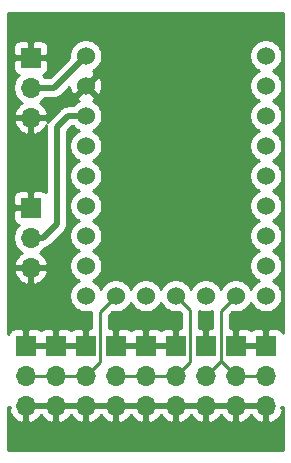
<source format=gtl>
G04 #@! TF.GenerationSoftware,KiCad,Pcbnew,(5.1.10)-1*
G04 #@! TF.CreationDate,2022-01-20T17:35:43-08:00*
G04 #@! TF.ProjectId,ros_sync_node,726f735f-7379-46e6-935f-6e6f64652e6b,rev?*
G04 #@! TF.SameCoordinates,Original*
G04 #@! TF.FileFunction,Copper,L1,Top*
G04 #@! TF.FilePolarity,Positive*
%FSLAX46Y46*%
G04 Gerber Fmt 4.6, Leading zero omitted, Abs format (unit mm)*
G04 Created by KiCad (PCBNEW (5.1.10)-1) date 2022-01-20 17:35:43*
%MOMM*%
%LPD*%
G01*
G04 APERTURE LIST*
G04 #@! TA.AperFunction,ComponentPad*
%ADD10O,1.700000X1.700000*%
G04 #@! TD*
G04 #@! TA.AperFunction,ComponentPad*
%ADD11R,1.700000X1.700000*%
G04 #@! TD*
G04 #@! TA.AperFunction,ComponentPad*
%ADD12C,1.524000*%
G04 #@! TD*
G04 #@! TA.AperFunction,Conductor*
%ADD13C,0.250000*%
G04 #@! TD*
G04 #@! TA.AperFunction,Conductor*
%ADD14C,0.500000*%
G04 #@! TD*
G04 #@! TA.AperFunction,Conductor*
%ADD15C,0.254000*%
G04 #@! TD*
G04 #@! TA.AperFunction,Conductor*
%ADD16C,0.100000*%
G04 #@! TD*
G04 APERTURE END LIST*
D10*
X153000000Y-88300000D03*
X153000000Y-85760000D03*
D11*
X153000000Y-83220000D03*
D10*
X153000000Y-75600000D03*
X153000000Y-73060000D03*
D11*
X153000000Y-70520000D03*
D12*
X172920000Y-75460001D03*
X172920000Y-78000001D03*
X172920000Y-80540001D03*
X172920000Y-83080001D03*
X172920000Y-85620001D03*
X172920000Y-88160001D03*
X172920000Y-90700001D03*
X170380000Y-90700001D03*
X172920000Y-70380001D03*
X172920000Y-72920001D03*
X167840000Y-90700001D03*
X165300000Y-90700001D03*
X162760000Y-90700001D03*
X160220000Y-90700001D03*
X157680000Y-90700001D03*
X157680000Y-88160001D03*
X157680000Y-85620001D03*
X157680000Y-83080001D03*
X157680000Y-80540001D03*
X157680000Y-78000001D03*
X157680000Y-75460001D03*
X157680000Y-72920001D03*
X157680000Y-70380001D03*
D10*
X167840000Y-100000000D03*
X167840000Y-97460000D03*
D11*
X167840000Y-94920000D03*
D10*
X162760000Y-100000000D03*
X162760000Y-97460000D03*
D11*
X162760000Y-94920000D03*
D10*
X157680000Y-100000000D03*
X157680000Y-97460000D03*
D11*
X157680000Y-94920000D03*
D10*
X170380000Y-100000000D03*
X170380000Y-97460000D03*
D11*
X170380000Y-94920000D03*
D10*
X160220000Y-100000000D03*
X160220000Y-97460000D03*
D11*
X160220000Y-94920000D03*
D10*
X155140000Y-100000000D03*
X155140000Y-97460000D03*
D11*
X155140000Y-94920000D03*
D10*
X172920000Y-100000000D03*
X172920000Y-97460000D03*
D11*
X172920000Y-94920000D03*
D10*
X165300000Y-100000000D03*
X165300000Y-97460000D03*
D11*
X165300000Y-94920000D03*
D10*
X152600000Y-100000000D03*
X152600000Y-97460000D03*
D11*
X152600000Y-94920000D03*
D13*
X158855001Y-96284999D02*
X157680000Y-97460000D01*
X158855001Y-92065000D02*
X158855001Y-96284999D01*
X160220000Y-90700001D02*
X158855001Y-92065000D01*
X152600000Y-97460000D02*
X157680000Y-97460000D01*
X160220000Y-97460000D02*
X165300000Y-97460000D01*
X166475001Y-91875002D02*
X165300000Y-90700001D01*
X166475001Y-96284999D02*
X166475001Y-91875002D01*
X165300000Y-97460000D02*
X166475001Y-96284999D01*
X172920000Y-97460000D02*
X170380000Y-97460000D01*
X167840000Y-97460000D02*
X169100000Y-96200000D01*
X170360000Y-97460000D02*
X170380000Y-97460000D01*
X169100000Y-96200000D02*
X170360000Y-97460000D01*
X169100000Y-91980001D02*
X170380000Y-90700001D01*
X169100000Y-96200000D02*
X169100000Y-91980001D01*
D14*
X152600000Y-85760000D02*
X154040000Y-85760000D01*
X154040000Y-85760000D02*
X155200000Y-84600000D01*
X156139999Y-75460001D02*
X157680000Y-75460001D01*
X155200000Y-76400000D02*
X156139999Y-75460001D01*
X155200000Y-84600000D02*
X155200000Y-76400000D01*
X155000001Y-73060000D02*
X157680000Y-70380001D01*
X152600000Y-73060000D02*
X155000001Y-73060000D01*
D15*
X152727000Y-99873000D02*
X155013000Y-99873000D01*
X155013000Y-99853000D01*
X155267000Y-99853000D01*
X155267000Y-99873000D01*
X157553000Y-99873000D01*
X157553000Y-99853000D01*
X157807000Y-99853000D01*
X157807000Y-99873000D01*
X160093000Y-99873000D01*
X160093000Y-99853000D01*
X160347000Y-99853000D01*
X160347000Y-99873000D01*
X162633000Y-99873000D01*
X162633000Y-99853000D01*
X162887000Y-99853000D01*
X162887000Y-99873000D01*
X165173000Y-99873000D01*
X165173000Y-99853000D01*
X165427000Y-99853000D01*
X165427000Y-99873000D01*
X167713000Y-99873000D01*
X167713000Y-99853000D01*
X167967000Y-99853000D01*
X167967000Y-99873000D01*
X170253000Y-99873000D01*
X170253000Y-99853000D01*
X170507000Y-99853000D01*
X170507000Y-99873000D01*
X172793000Y-99873000D01*
X172793000Y-99853000D01*
X173047000Y-99853000D01*
X173047000Y-99873000D01*
X173067000Y-99873000D01*
X173067000Y-100127000D01*
X173047000Y-100127000D01*
X173047000Y-101320814D01*
X173276891Y-101441481D01*
X173551252Y-101344157D01*
X173801355Y-101195178D01*
X174017588Y-101000269D01*
X174191641Y-100766920D01*
X174316825Y-100504099D01*
X174361476Y-100356890D01*
X174240156Y-100127002D01*
X174373000Y-100127002D01*
X174373000Y-103790000D01*
X151127000Y-103790000D01*
X151127000Y-100127002D01*
X151279844Y-100127002D01*
X151158524Y-100356890D01*
X151203175Y-100504099D01*
X151328359Y-100766920D01*
X151502412Y-101000269D01*
X151718645Y-101195178D01*
X151968748Y-101344157D01*
X152243109Y-101441481D01*
X152473000Y-101320814D01*
X152473000Y-100127000D01*
X152727000Y-100127000D01*
X152727000Y-101320814D01*
X152956891Y-101441481D01*
X153231252Y-101344157D01*
X153481355Y-101195178D01*
X153697588Y-101000269D01*
X153870000Y-100769120D01*
X154042412Y-101000269D01*
X154258645Y-101195178D01*
X154508748Y-101344157D01*
X154783109Y-101441481D01*
X155013000Y-101320814D01*
X155013000Y-100127000D01*
X155267000Y-100127000D01*
X155267000Y-101320814D01*
X155496891Y-101441481D01*
X155771252Y-101344157D01*
X156021355Y-101195178D01*
X156237588Y-101000269D01*
X156410000Y-100769120D01*
X156582412Y-101000269D01*
X156798645Y-101195178D01*
X157048748Y-101344157D01*
X157323109Y-101441481D01*
X157553000Y-101320814D01*
X157553000Y-100127000D01*
X157807000Y-100127000D01*
X157807000Y-101320814D01*
X158036891Y-101441481D01*
X158311252Y-101344157D01*
X158561355Y-101195178D01*
X158777588Y-101000269D01*
X158950000Y-100769120D01*
X159122412Y-101000269D01*
X159338645Y-101195178D01*
X159588748Y-101344157D01*
X159863109Y-101441481D01*
X160093000Y-101320814D01*
X160093000Y-100127000D01*
X160347000Y-100127000D01*
X160347000Y-101320814D01*
X160576891Y-101441481D01*
X160851252Y-101344157D01*
X161101355Y-101195178D01*
X161317588Y-101000269D01*
X161490000Y-100769120D01*
X161662412Y-101000269D01*
X161878645Y-101195178D01*
X162128748Y-101344157D01*
X162403109Y-101441481D01*
X162633000Y-101320814D01*
X162633000Y-100127000D01*
X162887000Y-100127000D01*
X162887000Y-101320814D01*
X163116891Y-101441481D01*
X163391252Y-101344157D01*
X163641355Y-101195178D01*
X163857588Y-101000269D01*
X164030000Y-100769120D01*
X164202412Y-101000269D01*
X164418645Y-101195178D01*
X164668748Y-101344157D01*
X164943109Y-101441481D01*
X165173000Y-101320814D01*
X165173000Y-100127000D01*
X165427000Y-100127000D01*
X165427000Y-101320814D01*
X165656891Y-101441481D01*
X165931252Y-101344157D01*
X166181355Y-101195178D01*
X166397588Y-101000269D01*
X166570000Y-100769120D01*
X166742412Y-101000269D01*
X166958645Y-101195178D01*
X167208748Y-101344157D01*
X167483109Y-101441481D01*
X167713000Y-101320814D01*
X167713000Y-100127000D01*
X167967000Y-100127000D01*
X167967000Y-101320814D01*
X168196891Y-101441481D01*
X168471252Y-101344157D01*
X168721355Y-101195178D01*
X168937588Y-101000269D01*
X169110000Y-100769120D01*
X169282412Y-101000269D01*
X169498645Y-101195178D01*
X169748748Y-101344157D01*
X170023109Y-101441481D01*
X170253000Y-101320814D01*
X170253000Y-100127000D01*
X170507000Y-100127000D01*
X170507000Y-101320814D01*
X170736891Y-101441481D01*
X171011252Y-101344157D01*
X171261355Y-101195178D01*
X171477588Y-101000269D01*
X171650000Y-100769120D01*
X171822412Y-101000269D01*
X172038645Y-101195178D01*
X172288748Y-101344157D01*
X172563109Y-101441481D01*
X172793000Y-101320814D01*
X172793000Y-100127000D01*
X170507000Y-100127000D01*
X170253000Y-100127000D01*
X167967000Y-100127000D01*
X167713000Y-100127000D01*
X165427000Y-100127000D01*
X165173000Y-100127000D01*
X162887000Y-100127000D01*
X162633000Y-100127000D01*
X160347000Y-100127000D01*
X160093000Y-100127000D01*
X157807000Y-100127000D01*
X157553000Y-100127000D01*
X155267000Y-100127000D01*
X155013000Y-100127000D01*
X152727000Y-100127000D01*
X152473000Y-100127000D01*
X152453000Y-100127000D01*
X152453000Y-99873000D01*
X152473000Y-99873000D01*
X152473000Y-99853000D01*
X152727000Y-99853000D01*
X152727000Y-99873000D01*
G04 #@! TA.AperFunction,Conductor*
D16*
G36*
X152727000Y-99873000D02*
G01*
X155013000Y-99873000D01*
X155013000Y-99853000D01*
X155267000Y-99853000D01*
X155267000Y-99873000D01*
X157553000Y-99873000D01*
X157553000Y-99853000D01*
X157807000Y-99853000D01*
X157807000Y-99873000D01*
X160093000Y-99873000D01*
X160093000Y-99853000D01*
X160347000Y-99853000D01*
X160347000Y-99873000D01*
X162633000Y-99873000D01*
X162633000Y-99853000D01*
X162887000Y-99853000D01*
X162887000Y-99873000D01*
X165173000Y-99873000D01*
X165173000Y-99853000D01*
X165427000Y-99853000D01*
X165427000Y-99873000D01*
X167713000Y-99873000D01*
X167713000Y-99853000D01*
X167967000Y-99853000D01*
X167967000Y-99873000D01*
X170253000Y-99873000D01*
X170253000Y-99853000D01*
X170507000Y-99853000D01*
X170507000Y-99873000D01*
X172793000Y-99873000D01*
X172793000Y-99853000D01*
X173047000Y-99853000D01*
X173047000Y-99873000D01*
X173067000Y-99873000D01*
X173067000Y-100127000D01*
X173047000Y-100127000D01*
X173047000Y-101320814D01*
X173276891Y-101441481D01*
X173551252Y-101344157D01*
X173801355Y-101195178D01*
X174017588Y-101000269D01*
X174191641Y-100766920D01*
X174316825Y-100504099D01*
X174361476Y-100356890D01*
X174240156Y-100127002D01*
X174373000Y-100127002D01*
X174373000Y-103790000D01*
X151127000Y-103790000D01*
X151127000Y-100127002D01*
X151279844Y-100127002D01*
X151158524Y-100356890D01*
X151203175Y-100504099D01*
X151328359Y-100766920D01*
X151502412Y-101000269D01*
X151718645Y-101195178D01*
X151968748Y-101344157D01*
X152243109Y-101441481D01*
X152473000Y-101320814D01*
X152473000Y-100127000D01*
X152727000Y-100127000D01*
X152727000Y-101320814D01*
X152956891Y-101441481D01*
X153231252Y-101344157D01*
X153481355Y-101195178D01*
X153697588Y-101000269D01*
X153870000Y-100769120D01*
X154042412Y-101000269D01*
X154258645Y-101195178D01*
X154508748Y-101344157D01*
X154783109Y-101441481D01*
X155013000Y-101320814D01*
X155013000Y-100127000D01*
X155267000Y-100127000D01*
X155267000Y-101320814D01*
X155496891Y-101441481D01*
X155771252Y-101344157D01*
X156021355Y-101195178D01*
X156237588Y-101000269D01*
X156410000Y-100769120D01*
X156582412Y-101000269D01*
X156798645Y-101195178D01*
X157048748Y-101344157D01*
X157323109Y-101441481D01*
X157553000Y-101320814D01*
X157553000Y-100127000D01*
X157807000Y-100127000D01*
X157807000Y-101320814D01*
X158036891Y-101441481D01*
X158311252Y-101344157D01*
X158561355Y-101195178D01*
X158777588Y-101000269D01*
X158950000Y-100769120D01*
X159122412Y-101000269D01*
X159338645Y-101195178D01*
X159588748Y-101344157D01*
X159863109Y-101441481D01*
X160093000Y-101320814D01*
X160093000Y-100127000D01*
X160347000Y-100127000D01*
X160347000Y-101320814D01*
X160576891Y-101441481D01*
X160851252Y-101344157D01*
X161101355Y-101195178D01*
X161317588Y-101000269D01*
X161490000Y-100769120D01*
X161662412Y-101000269D01*
X161878645Y-101195178D01*
X162128748Y-101344157D01*
X162403109Y-101441481D01*
X162633000Y-101320814D01*
X162633000Y-100127000D01*
X162887000Y-100127000D01*
X162887000Y-101320814D01*
X163116891Y-101441481D01*
X163391252Y-101344157D01*
X163641355Y-101195178D01*
X163857588Y-101000269D01*
X164030000Y-100769120D01*
X164202412Y-101000269D01*
X164418645Y-101195178D01*
X164668748Y-101344157D01*
X164943109Y-101441481D01*
X165173000Y-101320814D01*
X165173000Y-100127000D01*
X165427000Y-100127000D01*
X165427000Y-101320814D01*
X165656891Y-101441481D01*
X165931252Y-101344157D01*
X166181355Y-101195178D01*
X166397588Y-101000269D01*
X166570000Y-100769120D01*
X166742412Y-101000269D01*
X166958645Y-101195178D01*
X167208748Y-101344157D01*
X167483109Y-101441481D01*
X167713000Y-101320814D01*
X167713000Y-100127000D01*
X167967000Y-100127000D01*
X167967000Y-101320814D01*
X168196891Y-101441481D01*
X168471252Y-101344157D01*
X168721355Y-101195178D01*
X168937588Y-101000269D01*
X169110000Y-100769120D01*
X169282412Y-101000269D01*
X169498645Y-101195178D01*
X169748748Y-101344157D01*
X170023109Y-101441481D01*
X170253000Y-101320814D01*
X170253000Y-100127000D01*
X170507000Y-100127000D01*
X170507000Y-101320814D01*
X170736891Y-101441481D01*
X171011252Y-101344157D01*
X171261355Y-101195178D01*
X171477588Y-101000269D01*
X171650000Y-100769120D01*
X171822412Y-101000269D01*
X172038645Y-101195178D01*
X172288748Y-101344157D01*
X172563109Y-101441481D01*
X172793000Y-101320814D01*
X172793000Y-100127000D01*
X170507000Y-100127000D01*
X170253000Y-100127000D01*
X167967000Y-100127000D01*
X167713000Y-100127000D01*
X165427000Y-100127000D01*
X165173000Y-100127000D01*
X162887000Y-100127000D01*
X162633000Y-100127000D01*
X160347000Y-100127000D01*
X160093000Y-100127000D01*
X157807000Y-100127000D01*
X157553000Y-100127000D01*
X155267000Y-100127000D01*
X155013000Y-100127000D01*
X152727000Y-100127000D01*
X152473000Y-100127000D01*
X152453000Y-100127000D01*
X152453000Y-99873000D01*
X152473000Y-99873000D01*
X152473000Y-99853000D01*
X152727000Y-99853000D01*
X152727000Y-99873000D01*
G37*
G04 #@! TD.AperFunction*
D15*
X174373000Y-93870317D02*
X174359502Y-93825820D01*
X174300537Y-93715506D01*
X174221185Y-93618815D01*
X174124494Y-93539463D01*
X174014180Y-93480498D01*
X173894482Y-93444188D01*
X173770000Y-93431928D01*
X173205750Y-93435000D01*
X173047000Y-93593750D01*
X173047000Y-94793000D01*
X173067000Y-94793000D01*
X173067000Y-95047000D01*
X173047000Y-95047000D01*
X173047000Y-95067000D01*
X172793000Y-95067000D01*
X172793000Y-95047000D01*
X170507000Y-95047000D01*
X170507000Y-95067000D01*
X170253000Y-95067000D01*
X170253000Y-95047000D01*
X170233000Y-95047000D01*
X170233000Y-94793000D01*
X170253000Y-94793000D01*
X170253000Y-93593750D01*
X170507000Y-93593750D01*
X170507000Y-94793000D01*
X172793000Y-94793000D01*
X172793000Y-93593750D01*
X172634250Y-93435000D01*
X172070000Y-93431928D01*
X171945518Y-93444188D01*
X171825820Y-93480498D01*
X171715506Y-93539463D01*
X171650000Y-93593222D01*
X171584494Y-93539463D01*
X171474180Y-93480498D01*
X171354482Y-93444188D01*
X171230000Y-93431928D01*
X170665750Y-93435000D01*
X170507000Y-93593750D01*
X170253000Y-93593750D01*
X170094250Y-93435000D01*
X169860000Y-93433725D01*
X169860000Y-92294802D01*
X170088430Y-92066373D01*
X170242408Y-92097001D01*
X170517592Y-92097001D01*
X170787490Y-92043315D01*
X171041727Y-91938006D01*
X171270535Y-91785121D01*
X171465120Y-91590536D01*
X171618005Y-91361728D01*
X171650000Y-91284486D01*
X171681995Y-91361728D01*
X171834880Y-91590536D01*
X172029465Y-91785121D01*
X172258273Y-91938006D01*
X172512510Y-92043315D01*
X172782408Y-92097001D01*
X173057592Y-92097001D01*
X173327490Y-92043315D01*
X173581727Y-91938006D01*
X173810535Y-91785121D01*
X174005120Y-91590536D01*
X174158005Y-91361728D01*
X174263314Y-91107491D01*
X174317000Y-90837593D01*
X174317000Y-90562409D01*
X174263314Y-90292511D01*
X174158005Y-90038274D01*
X174005120Y-89809466D01*
X173810535Y-89614881D01*
X173581727Y-89461996D01*
X173504485Y-89430001D01*
X173581727Y-89398006D01*
X173810535Y-89245121D01*
X174005120Y-89050536D01*
X174158005Y-88821728D01*
X174263314Y-88567491D01*
X174317000Y-88297593D01*
X174317000Y-88022409D01*
X174263314Y-87752511D01*
X174158005Y-87498274D01*
X174005120Y-87269466D01*
X173810535Y-87074881D01*
X173581727Y-86921996D01*
X173504485Y-86890001D01*
X173581727Y-86858006D01*
X173810535Y-86705121D01*
X174005120Y-86510536D01*
X174158005Y-86281728D01*
X174263314Y-86027491D01*
X174317000Y-85757593D01*
X174317000Y-85482409D01*
X174263314Y-85212511D01*
X174158005Y-84958274D01*
X174005120Y-84729466D01*
X173810535Y-84534881D01*
X173581727Y-84381996D01*
X173504485Y-84350001D01*
X173581727Y-84318006D01*
X173810535Y-84165121D01*
X174005120Y-83970536D01*
X174158005Y-83741728D01*
X174263314Y-83487491D01*
X174317000Y-83217593D01*
X174317000Y-82942409D01*
X174263314Y-82672511D01*
X174158005Y-82418274D01*
X174005120Y-82189466D01*
X173810535Y-81994881D01*
X173581727Y-81841996D01*
X173504485Y-81810001D01*
X173581727Y-81778006D01*
X173810535Y-81625121D01*
X174005120Y-81430536D01*
X174158005Y-81201728D01*
X174263314Y-80947491D01*
X174317000Y-80677593D01*
X174317000Y-80402409D01*
X174263314Y-80132511D01*
X174158005Y-79878274D01*
X174005120Y-79649466D01*
X173810535Y-79454881D01*
X173581727Y-79301996D01*
X173504485Y-79270001D01*
X173581727Y-79238006D01*
X173810535Y-79085121D01*
X174005120Y-78890536D01*
X174158005Y-78661728D01*
X174263314Y-78407491D01*
X174317000Y-78137593D01*
X174317000Y-77862409D01*
X174263314Y-77592511D01*
X174158005Y-77338274D01*
X174005120Y-77109466D01*
X173810535Y-76914881D01*
X173581727Y-76761996D01*
X173504485Y-76730001D01*
X173581727Y-76698006D01*
X173810535Y-76545121D01*
X174005120Y-76350536D01*
X174158005Y-76121728D01*
X174263314Y-75867491D01*
X174317000Y-75597593D01*
X174317000Y-75322409D01*
X174263314Y-75052511D01*
X174158005Y-74798274D01*
X174005120Y-74569466D01*
X173810535Y-74374881D01*
X173581727Y-74221996D01*
X173504485Y-74190001D01*
X173581727Y-74158006D01*
X173810535Y-74005121D01*
X174005120Y-73810536D01*
X174158005Y-73581728D01*
X174263314Y-73327491D01*
X174317000Y-73057593D01*
X174317000Y-72782409D01*
X174263314Y-72512511D01*
X174158005Y-72258274D01*
X174005120Y-72029466D01*
X173810535Y-71834881D01*
X173581727Y-71681996D01*
X173504485Y-71650001D01*
X173581727Y-71618006D01*
X173810535Y-71465121D01*
X174005120Y-71270536D01*
X174158005Y-71041728D01*
X174263314Y-70787491D01*
X174317000Y-70517593D01*
X174317000Y-70242409D01*
X174263314Y-69972511D01*
X174158005Y-69718274D01*
X174005120Y-69489466D01*
X173810535Y-69294881D01*
X173581727Y-69141996D01*
X173327490Y-69036687D01*
X173057592Y-68983001D01*
X172782408Y-68983001D01*
X172512510Y-69036687D01*
X172258273Y-69141996D01*
X172029465Y-69294881D01*
X171834880Y-69489466D01*
X171681995Y-69718274D01*
X171576686Y-69972511D01*
X171523000Y-70242409D01*
X171523000Y-70517593D01*
X171576686Y-70787491D01*
X171681995Y-71041728D01*
X171834880Y-71270536D01*
X172029465Y-71465121D01*
X172258273Y-71618006D01*
X172335515Y-71650001D01*
X172258273Y-71681996D01*
X172029465Y-71834881D01*
X171834880Y-72029466D01*
X171681995Y-72258274D01*
X171576686Y-72512511D01*
X171523000Y-72782409D01*
X171523000Y-73057593D01*
X171576686Y-73327491D01*
X171681995Y-73581728D01*
X171834880Y-73810536D01*
X172029465Y-74005121D01*
X172258273Y-74158006D01*
X172335515Y-74190001D01*
X172258273Y-74221996D01*
X172029465Y-74374881D01*
X171834880Y-74569466D01*
X171681995Y-74798274D01*
X171576686Y-75052511D01*
X171523000Y-75322409D01*
X171523000Y-75597593D01*
X171576686Y-75867491D01*
X171681995Y-76121728D01*
X171834880Y-76350536D01*
X172029465Y-76545121D01*
X172258273Y-76698006D01*
X172335515Y-76730001D01*
X172258273Y-76761996D01*
X172029465Y-76914881D01*
X171834880Y-77109466D01*
X171681995Y-77338274D01*
X171576686Y-77592511D01*
X171523000Y-77862409D01*
X171523000Y-78137593D01*
X171576686Y-78407491D01*
X171681995Y-78661728D01*
X171834880Y-78890536D01*
X172029465Y-79085121D01*
X172258273Y-79238006D01*
X172335515Y-79270001D01*
X172258273Y-79301996D01*
X172029465Y-79454881D01*
X171834880Y-79649466D01*
X171681995Y-79878274D01*
X171576686Y-80132511D01*
X171523000Y-80402409D01*
X171523000Y-80677593D01*
X171576686Y-80947491D01*
X171681995Y-81201728D01*
X171834880Y-81430536D01*
X172029465Y-81625121D01*
X172258273Y-81778006D01*
X172335515Y-81810001D01*
X172258273Y-81841996D01*
X172029465Y-81994881D01*
X171834880Y-82189466D01*
X171681995Y-82418274D01*
X171576686Y-82672511D01*
X171523000Y-82942409D01*
X171523000Y-83217593D01*
X171576686Y-83487491D01*
X171681995Y-83741728D01*
X171834880Y-83970536D01*
X172029465Y-84165121D01*
X172258273Y-84318006D01*
X172335515Y-84350001D01*
X172258273Y-84381996D01*
X172029465Y-84534881D01*
X171834880Y-84729466D01*
X171681995Y-84958274D01*
X171576686Y-85212511D01*
X171523000Y-85482409D01*
X171523000Y-85757593D01*
X171576686Y-86027491D01*
X171681995Y-86281728D01*
X171834880Y-86510536D01*
X172029465Y-86705121D01*
X172258273Y-86858006D01*
X172335515Y-86890001D01*
X172258273Y-86921996D01*
X172029465Y-87074881D01*
X171834880Y-87269466D01*
X171681995Y-87498274D01*
X171576686Y-87752511D01*
X171523000Y-88022409D01*
X171523000Y-88297593D01*
X171576686Y-88567491D01*
X171681995Y-88821728D01*
X171834880Y-89050536D01*
X172029465Y-89245121D01*
X172258273Y-89398006D01*
X172335515Y-89430001D01*
X172258273Y-89461996D01*
X172029465Y-89614881D01*
X171834880Y-89809466D01*
X171681995Y-90038274D01*
X171650000Y-90115516D01*
X171618005Y-90038274D01*
X171465120Y-89809466D01*
X171270535Y-89614881D01*
X171041727Y-89461996D01*
X170787490Y-89356687D01*
X170517592Y-89303001D01*
X170242408Y-89303001D01*
X169972510Y-89356687D01*
X169718273Y-89461996D01*
X169489465Y-89614881D01*
X169294880Y-89809466D01*
X169141995Y-90038274D01*
X169110000Y-90115516D01*
X169078005Y-90038274D01*
X168925120Y-89809466D01*
X168730535Y-89614881D01*
X168501727Y-89461996D01*
X168247490Y-89356687D01*
X167977592Y-89303001D01*
X167702408Y-89303001D01*
X167432510Y-89356687D01*
X167178273Y-89461996D01*
X166949465Y-89614881D01*
X166754880Y-89809466D01*
X166601995Y-90038274D01*
X166570000Y-90115516D01*
X166538005Y-90038274D01*
X166385120Y-89809466D01*
X166190535Y-89614881D01*
X165961727Y-89461996D01*
X165707490Y-89356687D01*
X165437592Y-89303001D01*
X165162408Y-89303001D01*
X164892510Y-89356687D01*
X164638273Y-89461996D01*
X164409465Y-89614881D01*
X164214880Y-89809466D01*
X164061995Y-90038274D01*
X164030000Y-90115516D01*
X163998005Y-90038274D01*
X163845120Y-89809466D01*
X163650535Y-89614881D01*
X163421727Y-89461996D01*
X163167490Y-89356687D01*
X162897592Y-89303001D01*
X162622408Y-89303001D01*
X162352510Y-89356687D01*
X162098273Y-89461996D01*
X161869465Y-89614881D01*
X161674880Y-89809466D01*
X161521995Y-90038274D01*
X161490000Y-90115516D01*
X161458005Y-90038274D01*
X161305120Y-89809466D01*
X161110535Y-89614881D01*
X160881727Y-89461996D01*
X160627490Y-89356687D01*
X160357592Y-89303001D01*
X160082408Y-89303001D01*
X159812510Y-89356687D01*
X159558273Y-89461996D01*
X159329465Y-89614881D01*
X159134880Y-89809466D01*
X158981995Y-90038274D01*
X158950000Y-90115516D01*
X158918005Y-90038274D01*
X158765120Y-89809466D01*
X158570535Y-89614881D01*
X158341727Y-89461996D01*
X158264485Y-89430001D01*
X158341727Y-89398006D01*
X158570535Y-89245121D01*
X158765120Y-89050536D01*
X158918005Y-88821728D01*
X159023314Y-88567491D01*
X159077000Y-88297593D01*
X159077000Y-88022409D01*
X159023314Y-87752511D01*
X158918005Y-87498274D01*
X158765120Y-87269466D01*
X158570535Y-87074881D01*
X158341727Y-86921996D01*
X158264485Y-86890001D01*
X158341727Y-86858006D01*
X158570535Y-86705121D01*
X158765120Y-86510536D01*
X158918005Y-86281728D01*
X159023314Y-86027491D01*
X159077000Y-85757593D01*
X159077000Y-85482409D01*
X159023314Y-85212511D01*
X158918005Y-84958274D01*
X158765120Y-84729466D01*
X158570535Y-84534881D01*
X158341727Y-84381996D01*
X158264485Y-84350001D01*
X158341727Y-84318006D01*
X158570535Y-84165121D01*
X158765120Y-83970536D01*
X158918005Y-83741728D01*
X159023314Y-83487491D01*
X159077000Y-83217593D01*
X159077000Y-82942409D01*
X159023314Y-82672511D01*
X158918005Y-82418274D01*
X158765120Y-82189466D01*
X158570535Y-81994881D01*
X158341727Y-81841996D01*
X158264485Y-81810001D01*
X158341727Y-81778006D01*
X158570535Y-81625121D01*
X158765120Y-81430536D01*
X158918005Y-81201728D01*
X159023314Y-80947491D01*
X159077000Y-80677593D01*
X159077000Y-80402409D01*
X159023314Y-80132511D01*
X158918005Y-79878274D01*
X158765120Y-79649466D01*
X158570535Y-79454881D01*
X158341727Y-79301996D01*
X158264485Y-79270001D01*
X158341727Y-79238006D01*
X158570535Y-79085121D01*
X158765120Y-78890536D01*
X158918005Y-78661728D01*
X159023314Y-78407491D01*
X159077000Y-78137593D01*
X159077000Y-77862409D01*
X159023314Y-77592511D01*
X158918005Y-77338274D01*
X158765120Y-77109466D01*
X158570535Y-76914881D01*
X158341727Y-76761996D01*
X158264485Y-76730001D01*
X158341727Y-76698006D01*
X158570535Y-76545121D01*
X158765120Y-76350536D01*
X158918005Y-76121728D01*
X159023314Y-75867491D01*
X159077000Y-75597593D01*
X159077000Y-75322409D01*
X159023314Y-75052511D01*
X158918005Y-74798274D01*
X158765120Y-74569466D01*
X158570535Y-74374881D01*
X158341727Y-74221996D01*
X158270057Y-74192309D01*
X158283023Y-74187637D01*
X158398980Y-74125657D01*
X158465960Y-73885566D01*
X157680000Y-73099606D01*
X156894040Y-73885566D01*
X156961020Y-74125657D01*
X157096760Y-74189486D01*
X157018273Y-74221996D01*
X156789465Y-74374881D01*
X156594880Y-74569466D01*
X156591182Y-74575001D01*
X156183464Y-74575001D01*
X156139998Y-74570720D01*
X156096532Y-74575001D01*
X156096522Y-74575001D01*
X155966509Y-74587806D01*
X155799686Y-74638412D01*
X155645940Y-74720590D01*
X155645938Y-74720591D01*
X155645939Y-74720591D01*
X155544952Y-74803469D01*
X155544950Y-74803471D01*
X155511182Y-74831184D01*
X155483469Y-74864952D01*
X154604951Y-75743471D01*
X154571184Y-75771183D01*
X154543471Y-75804951D01*
X154543468Y-75804954D01*
X154460590Y-75905941D01*
X154437443Y-75949247D01*
X154320155Y-75727000D01*
X153127000Y-75727000D01*
X153127000Y-76920814D01*
X153356891Y-77041481D01*
X153631252Y-76944157D01*
X153881355Y-76795178D01*
X154097588Y-76600269D01*
X154271641Y-76366920D01*
X154325012Y-76254868D01*
X154310719Y-76400000D01*
X154315001Y-76443479D01*
X154315000Y-81935649D01*
X154301185Y-81918815D01*
X154204494Y-81839463D01*
X154094180Y-81780498D01*
X153974482Y-81744188D01*
X153850000Y-81731928D01*
X153285750Y-81735000D01*
X153127000Y-81893750D01*
X153127000Y-83093000D01*
X153147000Y-83093000D01*
X153147000Y-83347000D01*
X153127000Y-83347000D01*
X153127000Y-83367000D01*
X152873000Y-83367000D01*
X152873000Y-83347000D01*
X151673750Y-83347000D01*
X151515000Y-83505750D01*
X151511928Y-84070000D01*
X151524188Y-84194482D01*
X151560498Y-84314180D01*
X151619463Y-84424494D01*
X151698815Y-84521185D01*
X151795506Y-84600537D01*
X151905820Y-84659502D01*
X151978380Y-84681513D01*
X151846525Y-84813368D01*
X151684010Y-85056589D01*
X151572068Y-85326842D01*
X151515000Y-85613740D01*
X151515000Y-85906260D01*
X151572068Y-86193158D01*
X151684010Y-86463411D01*
X151846525Y-86706632D01*
X152053368Y-86913475D01*
X152235534Y-87035195D01*
X152118645Y-87104822D01*
X151902412Y-87299731D01*
X151728359Y-87533080D01*
X151603175Y-87795901D01*
X151558524Y-87943110D01*
X151679845Y-88173000D01*
X152873000Y-88173000D01*
X152873000Y-88153000D01*
X153127000Y-88153000D01*
X153127000Y-88173000D01*
X154320155Y-88173000D01*
X154441476Y-87943110D01*
X154396825Y-87795901D01*
X154271641Y-87533080D01*
X154097588Y-87299731D01*
X153881355Y-87104822D01*
X153764466Y-87035195D01*
X153946632Y-86913475D01*
X154153475Y-86706632D01*
X154202488Y-86633279D01*
X154213490Y-86632195D01*
X154380313Y-86581589D01*
X154534059Y-86499411D01*
X154668817Y-86388817D01*
X154696534Y-86355044D01*
X155795050Y-85256529D01*
X155828817Y-85228817D01*
X155881229Y-85164954D01*
X155939411Y-85094059D01*
X155978681Y-85020589D01*
X156021589Y-84940313D01*
X156072195Y-84773490D01*
X156085000Y-84643477D01*
X156085000Y-84643469D01*
X156089281Y-84600000D01*
X156085000Y-84556531D01*
X156085000Y-76766578D01*
X156506578Y-76345001D01*
X156591182Y-76345001D01*
X156594880Y-76350536D01*
X156789465Y-76545121D01*
X157018273Y-76698006D01*
X157095515Y-76730001D01*
X157018273Y-76761996D01*
X156789465Y-76914881D01*
X156594880Y-77109466D01*
X156441995Y-77338274D01*
X156336686Y-77592511D01*
X156283000Y-77862409D01*
X156283000Y-78137593D01*
X156336686Y-78407491D01*
X156441995Y-78661728D01*
X156594880Y-78890536D01*
X156789465Y-79085121D01*
X157018273Y-79238006D01*
X157095515Y-79270001D01*
X157018273Y-79301996D01*
X156789465Y-79454881D01*
X156594880Y-79649466D01*
X156441995Y-79878274D01*
X156336686Y-80132511D01*
X156283000Y-80402409D01*
X156283000Y-80677593D01*
X156336686Y-80947491D01*
X156441995Y-81201728D01*
X156594880Y-81430536D01*
X156789465Y-81625121D01*
X157018273Y-81778006D01*
X157095515Y-81810001D01*
X157018273Y-81841996D01*
X156789465Y-81994881D01*
X156594880Y-82189466D01*
X156441995Y-82418274D01*
X156336686Y-82672511D01*
X156283000Y-82942409D01*
X156283000Y-83217593D01*
X156336686Y-83487491D01*
X156441995Y-83741728D01*
X156594880Y-83970536D01*
X156789465Y-84165121D01*
X157018273Y-84318006D01*
X157095515Y-84350001D01*
X157018273Y-84381996D01*
X156789465Y-84534881D01*
X156594880Y-84729466D01*
X156441995Y-84958274D01*
X156336686Y-85212511D01*
X156283000Y-85482409D01*
X156283000Y-85757593D01*
X156336686Y-86027491D01*
X156441995Y-86281728D01*
X156594880Y-86510536D01*
X156789465Y-86705121D01*
X157018273Y-86858006D01*
X157095515Y-86890001D01*
X157018273Y-86921996D01*
X156789465Y-87074881D01*
X156594880Y-87269466D01*
X156441995Y-87498274D01*
X156336686Y-87752511D01*
X156283000Y-88022409D01*
X156283000Y-88297593D01*
X156336686Y-88567491D01*
X156441995Y-88821728D01*
X156594880Y-89050536D01*
X156789465Y-89245121D01*
X157018273Y-89398006D01*
X157095515Y-89430001D01*
X157018273Y-89461996D01*
X156789465Y-89614881D01*
X156594880Y-89809466D01*
X156441995Y-90038274D01*
X156336686Y-90292511D01*
X156283000Y-90562409D01*
X156283000Y-90837593D01*
X156336686Y-91107491D01*
X156441995Y-91361728D01*
X156594880Y-91590536D01*
X156789465Y-91785121D01*
X157018273Y-91938006D01*
X157272510Y-92043315D01*
X157542408Y-92097001D01*
X157817592Y-92097001D01*
X158087490Y-92043315D01*
X158093715Y-92040737D01*
X158091325Y-92065000D01*
X158095001Y-92102323D01*
X158095001Y-93434296D01*
X157965750Y-93435000D01*
X157807000Y-93593750D01*
X157807000Y-94793000D01*
X157827000Y-94793000D01*
X157827000Y-95047000D01*
X157807000Y-95047000D01*
X157807000Y-95067000D01*
X157553000Y-95067000D01*
X157553000Y-95047000D01*
X155267000Y-95047000D01*
X155267000Y-95067000D01*
X155013000Y-95067000D01*
X155013000Y-95047000D01*
X152727000Y-95047000D01*
X152727000Y-95067000D01*
X152473000Y-95067000D01*
X152473000Y-95047000D01*
X152453000Y-95047000D01*
X152453000Y-94793000D01*
X152473000Y-94793000D01*
X152473000Y-93593750D01*
X152727000Y-93593750D01*
X152727000Y-94793000D01*
X155013000Y-94793000D01*
X155013000Y-93593750D01*
X155267000Y-93593750D01*
X155267000Y-94793000D01*
X157553000Y-94793000D01*
X157553000Y-93593750D01*
X157394250Y-93435000D01*
X156830000Y-93431928D01*
X156705518Y-93444188D01*
X156585820Y-93480498D01*
X156475506Y-93539463D01*
X156410000Y-93593222D01*
X156344494Y-93539463D01*
X156234180Y-93480498D01*
X156114482Y-93444188D01*
X155990000Y-93431928D01*
X155425750Y-93435000D01*
X155267000Y-93593750D01*
X155013000Y-93593750D01*
X154854250Y-93435000D01*
X154290000Y-93431928D01*
X154165518Y-93444188D01*
X154045820Y-93480498D01*
X153935506Y-93539463D01*
X153870000Y-93593222D01*
X153804494Y-93539463D01*
X153694180Y-93480498D01*
X153574482Y-93444188D01*
X153450000Y-93431928D01*
X152885750Y-93435000D01*
X152727000Y-93593750D01*
X152473000Y-93593750D01*
X152314250Y-93435000D01*
X151750000Y-93431928D01*
X151625518Y-93444188D01*
X151505820Y-93480498D01*
X151395506Y-93539463D01*
X151298815Y-93618815D01*
X151219463Y-93715506D01*
X151160498Y-93825820D01*
X151127000Y-93936248D01*
X151127000Y-88656890D01*
X151558524Y-88656890D01*
X151603175Y-88804099D01*
X151728359Y-89066920D01*
X151902412Y-89300269D01*
X152118645Y-89495178D01*
X152368748Y-89644157D01*
X152643109Y-89741481D01*
X152873000Y-89620814D01*
X152873000Y-88427000D01*
X153127000Y-88427000D01*
X153127000Y-89620814D01*
X153356891Y-89741481D01*
X153631252Y-89644157D01*
X153881355Y-89495178D01*
X154097588Y-89300269D01*
X154271641Y-89066920D01*
X154396825Y-88804099D01*
X154441476Y-88656890D01*
X154320155Y-88427000D01*
X153127000Y-88427000D01*
X152873000Y-88427000D01*
X151679845Y-88427000D01*
X151558524Y-88656890D01*
X151127000Y-88656890D01*
X151127000Y-82370000D01*
X151511928Y-82370000D01*
X151515000Y-82934250D01*
X151673750Y-83093000D01*
X152873000Y-83093000D01*
X152873000Y-81893750D01*
X152714250Y-81735000D01*
X152150000Y-81731928D01*
X152025518Y-81744188D01*
X151905820Y-81780498D01*
X151795506Y-81839463D01*
X151698815Y-81918815D01*
X151619463Y-82015506D01*
X151560498Y-82125820D01*
X151524188Y-82245518D01*
X151511928Y-82370000D01*
X151127000Y-82370000D01*
X151127000Y-75956890D01*
X151558524Y-75956890D01*
X151603175Y-76104099D01*
X151728359Y-76366920D01*
X151902412Y-76600269D01*
X152118645Y-76795178D01*
X152368748Y-76944157D01*
X152643109Y-77041481D01*
X152873000Y-76920814D01*
X152873000Y-75727000D01*
X151679845Y-75727000D01*
X151558524Y-75956890D01*
X151127000Y-75956890D01*
X151127000Y-71370000D01*
X151511928Y-71370000D01*
X151524188Y-71494482D01*
X151560498Y-71614180D01*
X151619463Y-71724494D01*
X151698815Y-71821185D01*
X151795506Y-71900537D01*
X151905820Y-71959502D01*
X151978380Y-71981513D01*
X151846525Y-72113368D01*
X151684010Y-72356589D01*
X151572068Y-72626842D01*
X151515000Y-72913740D01*
X151515000Y-73206260D01*
X151572068Y-73493158D01*
X151684010Y-73763411D01*
X151846525Y-74006632D01*
X152053368Y-74213475D01*
X152235534Y-74335195D01*
X152118645Y-74404822D01*
X151902412Y-74599731D01*
X151728359Y-74833080D01*
X151603175Y-75095901D01*
X151558524Y-75243110D01*
X151679845Y-75473000D01*
X152873000Y-75473000D01*
X152873000Y-75453000D01*
X153127000Y-75453000D01*
X153127000Y-75473000D01*
X154320155Y-75473000D01*
X154441476Y-75243110D01*
X154396825Y-75095901D01*
X154271641Y-74833080D01*
X154097588Y-74599731D01*
X153881355Y-74404822D01*
X153764466Y-74335195D01*
X153946632Y-74213475D01*
X154153475Y-74006632D01*
X154194656Y-73945000D01*
X154956532Y-73945000D01*
X155000001Y-73949281D01*
X155043470Y-73945000D01*
X155043478Y-73945000D01*
X155173491Y-73932195D01*
X155340314Y-73881589D01*
X155494060Y-73799411D01*
X155628818Y-73688817D01*
X155656535Y-73655044D01*
X156283519Y-73028060D01*
X156319078Y-73264134D01*
X156412364Y-73523024D01*
X156474344Y-73638981D01*
X156714435Y-73705961D01*
X157500395Y-72920001D01*
X157859605Y-72920001D01*
X158645565Y-73705961D01*
X158885656Y-73638981D01*
X159002756Y-73389953D01*
X159069023Y-73122866D01*
X159081910Y-72847984D01*
X159040922Y-72575868D01*
X158947636Y-72316978D01*
X158885656Y-72201021D01*
X158645565Y-72134041D01*
X157859605Y-72920001D01*
X157500395Y-72920001D01*
X157486253Y-72905859D01*
X157665858Y-72726254D01*
X157680000Y-72740396D01*
X158465960Y-71954436D01*
X158398980Y-71714345D01*
X158263240Y-71650516D01*
X158341727Y-71618006D01*
X158570535Y-71465121D01*
X158765120Y-71270536D01*
X158918005Y-71041728D01*
X159023314Y-70787491D01*
X159077000Y-70517593D01*
X159077000Y-70242409D01*
X159023314Y-69972511D01*
X158918005Y-69718274D01*
X158765120Y-69489466D01*
X158570535Y-69294881D01*
X158341727Y-69141996D01*
X158087490Y-69036687D01*
X157817592Y-68983001D01*
X157542408Y-68983001D01*
X157272510Y-69036687D01*
X157018273Y-69141996D01*
X156789465Y-69294881D01*
X156594880Y-69489466D01*
X156441995Y-69718274D01*
X156336686Y-69972511D01*
X156283000Y-70242409D01*
X156283000Y-70517593D01*
X156284299Y-70524123D01*
X154633423Y-72175000D01*
X154194656Y-72175000D01*
X154153475Y-72113368D01*
X154021620Y-71981513D01*
X154094180Y-71959502D01*
X154204494Y-71900537D01*
X154301185Y-71821185D01*
X154380537Y-71724494D01*
X154439502Y-71614180D01*
X154475812Y-71494482D01*
X154488072Y-71370000D01*
X154485000Y-70805750D01*
X154326250Y-70647000D01*
X153127000Y-70647000D01*
X153127000Y-70667000D01*
X152873000Y-70667000D01*
X152873000Y-70647000D01*
X151673750Y-70647000D01*
X151515000Y-70805750D01*
X151511928Y-71370000D01*
X151127000Y-71370000D01*
X151127000Y-69670000D01*
X151511928Y-69670000D01*
X151515000Y-70234250D01*
X151673750Y-70393000D01*
X152873000Y-70393000D01*
X152873000Y-69193750D01*
X153127000Y-69193750D01*
X153127000Y-70393000D01*
X154326250Y-70393000D01*
X154485000Y-70234250D01*
X154488072Y-69670000D01*
X154475812Y-69545518D01*
X154439502Y-69425820D01*
X154380537Y-69315506D01*
X154301185Y-69218815D01*
X154204494Y-69139463D01*
X154094180Y-69080498D01*
X153974482Y-69044188D01*
X153850000Y-69031928D01*
X153285750Y-69035000D01*
X153127000Y-69193750D01*
X152873000Y-69193750D01*
X152714250Y-69035000D01*
X152150000Y-69031928D01*
X152025518Y-69044188D01*
X151905820Y-69080498D01*
X151795506Y-69139463D01*
X151698815Y-69218815D01*
X151619463Y-69315506D01*
X151560498Y-69425820D01*
X151524188Y-69545518D01*
X151511928Y-69670000D01*
X151127000Y-69670000D01*
X151127000Y-66710000D01*
X174373000Y-66710000D01*
X174373000Y-93870317D01*
G04 #@! TA.AperFunction,Conductor*
D16*
G36*
X174373000Y-93870317D02*
G01*
X174359502Y-93825820D01*
X174300537Y-93715506D01*
X174221185Y-93618815D01*
X174124494Y-93539463D01*
X174014180Y-93480498D01*
X173894482Y-93444188D01*
X173770000Y-93431928D01*
X173205750Y-93435000D01*
X173047000Y-93593750D01*
X173047000Y-94793000D01*
X173067000Y-94793000D01*
X173067000Y-95047000D01*
X173047000Y-95047000D01*
X173047000Y-95067000D01*
X172793000Y-95067000D01*
X172793000Y-95047000D01*
X170507000Y-95047000D01*
X170507000Y-95067000D01*
X170253000Y-95067000D01*
X170253000Y-95047000D01*
X170233000Y-95047000D01*
X170233000Y-94793000D01*
X170253000Y-94793000D01*
X170253000Y-93593750D01*
X170507000Y-93593750D01*
X170507000Y-94793000D01*
X172793000Y-94793000D01*
X172793000Y-93593750D01*
X172634250Y-93435000D01*
X172070000Y-93431928D01*
X171945518Y-93444188D01*
X171825820Y-93480498D01*
X171715506Y-93539463D01*
X171650000Y-93593222D01*
X171584494Y-93539463D01*
X171474180Y-93480498D01*
X171354482Y-93444188D01*
X171230000Y-93431928D01*
X170665750Y-93435000D01*
X170507000Y-93593750D01*
X170253000Y-93593750D01*
X170094250Y-93435000D01*
X169860000Y-93433725D01*
X169860000Y-92294802D01*
X170088430Y-92066373D01*
X170242408Y-92097001D01*
X170517592Y-92097001D01*
X170787490Y-92043315D01*
X171041727Y-91938006D01*
X171270535Y-91785121D01*
X171465120Y-91590536D01*
X171618005Y-91361728D01*
X171650000Y-91284486D01*
X171681995Y-91361728D01*
X171834880Y-91590536D01*
X172029465Y-91785121D01*
X172258273Y-91938006D01*
X172512510Y-92043315D01*
X172782408Y-92097001D01*
X173057592Y-92097001D01*
X173327490Y-92043315D01*
X173581727Y-91938006D01*
X173810535Y-91785121D01*
X174005120Y-91590536D01*
X174158005Y-91361728D01*
X174263314Y-91107491D01*
X174317000Y-90837593D01*
X174317000Y-90562409D01*
X174263314Y-90292511D01*
X174158005Y-90038274D01*
X174005120Y-89809466D01*
X173810535Y-89614881D01*
X173581727Y-89461996D01*
X173504485Y-89430001D01*
X173581727Y-89398006D01*
X173810535Y-89245121D01*
X174005120Y-89050536D01*
X174158005Y-88821728D01*
X174263314Y-88567491D01*
X174317000Y-88297593D01*
X174317000Y-88022409D01*
X174263314Y-87752511D01*
X174158005Y-87498274D01*
X174005120Y-87269466D01*
X173810535Y-87074881D01*
X173581727Y-86921996D01*
X173504485Y-86890001D01*
X173581727Y-86858006D01*
X173810535Y-86705121D01*
X174005120Y-86510536D01*
X174158005Y-86281728D01*
X174263314Y-86027491D01*
X174317000Y-85757593D01*
X174317000Y-85482409D01*
X174263314Y-85212511D01*
X174158005Y-84958274D01*
X174005120Y-84729466D01*
X173810535Y-84534881D01*
X173581727Y-84381996D01*
X173504485Y-84350001D01*
X173581727Y-84318006D01*
X173810535Y-84165121D01*
X174005120Y-83970536D01*
X174158005Y-83741728D01*
X174263314Y-83487491D01*
X174317000Y-83217593D01*
X174317000Y-82942409D01*
X174263314Y-82672511D01*
X174158005Y-82418274D01*
X174005120Y-82189466D01*
X173810535Y-81994881D01*
X173581727Y-81841996D01*
X173504485Y-81810001D01*
X173581727Y-81778006D01*
X173810535Y-81625121D01*
X174005120Y-81430536D01*
X174158005Y-81201728D01*
X174263314Y-80947491D01*
X174317000Y-80677593D01*
X174317000Y-80402409D01*
X174263314Y-80132511D01*
X174158005Y-79878274D01*
X174005120Y-79649466D01*
X173810535Y-79454881D01*
X173581727Y-79301996D01*
X173504485Y-79270001D01*
X173581727Y-79238006D01*
X173810535Y-79085121D01*
X174005120Y-78890536D01*
X174158005Y-78661728D01*
X174263314Y-78407491D01*
X174317000Y-78137593D01*
X174317000Y-77862409D01*
X174263314Y-77592511D01*
X174158005Y-77338274D01*
X174005120Y-77109466D01*
X173810535Y-76914881D01*
X173581727Y-76761996D01*
X173504485Y-76730001D01*
X173581727Y-76698006D01*
X173810535Y-76545121D01*
X174005120Y-76350536D01*
X174158005Y-76121728D01*
X174263314Y-75867491D01*
X174317000Y-75597593D01*
X174317000Y-75322409D01*
X174263314Y-75052511D01*
X174158005Y-74798274D01*
X174005120Y-74569466D01*
X173810535Y-74374881D01*
X173581727Y-74221996D01*
X173504485Y-74190001D01*
X173581727Y-74158006D01*
X173810535Y-74005121D01*
X174005120Y-73810536D01*
X174158005Y-73581728D01*
X174263314Y-73327491D01*
X174317000Y-73057593D01*
X174317000Y-72782409D01*
X174263314Y-72512511D01*
X174158005Y-72258274D01*
X174005120Y-72029466D01*
X173810535Y-71834881D01*
X173581727Y-71681996D01*
X173504485Y-71650001D01*
X173581727Y-71618006D01*
X173810535Y-71465121D01*
X174005120Y-71270536D01*
X174158005Y-71041728D01*
X174263314Y-70787491D01*
X174317000Y-70517593D01*
X174317000Y-70242409D01*
X174263314Y-69972511D01*
X174158005Y-69718274D01*
X174005120Y-69489466D01*
X173810535Y-69294881D01*
X173581727Y-69141996D01*
X173327490Y-69036687D01*
X173057592Y-68983001D01*
X172782408Y-68983001D01*
X172512510Y-69036687D01*
X172258273Y-69141996D01*
X172029465Y-69294881D01*
X171834880Y-69489466D01*
X171681995Y-69718274D01*
X171576686Y-69972511D01*
X171523000Y-70242409D01*
X171523000Y-70517593D01*
X171576686Y-70787491D01*
X171681995Y-71041728D01*
X171834880Y-71270536D01*
X172029465Y-71465121D01*
X172258273Y-71618006D01*
X172335515Y-71650001D01*
X172258273Y-71681996D01*
X172029465Y-71834881D01*
X171834880Y-72029466D01*
X171681995Y-72258274D01*
X171576686Y-72512511D01*
X171523000Y-72782409D01*
X171523000Y-73057593D01*
X171576686Y-73327491D01*
X171681995Y-73581728D01*
X171834880Y-73810536D01*
X172029465Y-74005121D01*
X172258273Y-74158006D01*
X172335515Y-74190001D01*
X172258273Y-74221996D01*
X172029465Y-74374881D01*
X171834880Y-74569466D01*
X171681995Y-74798274D01*
X171576686Y-75052511D01*
X171523000Y-75322409D01*
X171523000Y-75597593D01*
X171576686Y-75867491D01*
X171681995Y-76121728D01*
X171834880Y-76350536D01*
X172029465Y-76545121D01*
X172258273Y-76698006D01*
X172335515Y-76730001D01*
X172258273Y-76761996D01*
X172029465Y-76914881D01*
X171834880Y-77109466D01*
X171681995Y-77338274D01*
X171576686Y-77592511D01*
X171523000Y-77862409D01*
X171523000Y-78137593D01*
X171576686Y-78407491D01*
X171681995Y-78661728D01*
X171834880Y-78890536D01*
X172029465Y-79085121D01*
X172258273Y-79238006D01*
X172335515Y-79270001D01*
X172258273Y-79301996D01*
X172029465Y-79454881D01*
X171834880Y-79649466D01*
X171681995Y-79878274D01*
X171576686Y-80132511D01*
X171523000Y-80402409D01*
X171523000Y-80677593D01*
X171576686Y-80947491D01*
X171681995Y-81201728D01*
X171834880Y-81430536D01*
X172029465Y-81625121D01*
X172258273Y-81778006D01*
X172335515Y-81810001D01*
X172258273Y-81841996D01*
X172029465Y-81994881D01*
X171834880Y-82189466D01*
X171681995Y-82418274D01*
X171576686Y-82672511D01*
X171523000Y-82942409D01*
X171523000Y-83217593D01*
X171576686Y-83487491D01*
X171681995Y-83741728D01*
X171834880Y-83970536D01*
X172029465Y-84165121D01*
X172258273Y-84318006D01*
X172335515Y-84350001D01*
X172258273Y-84381996D01*
X172029465Y-84534881D01*
X171834880Y-84729466D01*
X171681995Y-84958274D01*
X171576686Y-85212511D01*
X171523000Y-85482409D01*
X171523000Y-85757593D01*
X171576686Y-86027491D01*
X171681995Y-86281728D01*
X171834880Y-86510536D01*
X172029465Y-86705121D01*
X172258273Y-86858006D01*
X172335515Y-86890001D01*
X172258273Y-86921996D01*
X172029465Y-87074881D01*
X171834880Y-87269466D01*
X171681995Y-87498274D01*
X171576686Y-87752511D01*
X171523000Y-88022409D01*
X171523000Y-88297593D01*
X171576686Y-88567491D01*
X171681995Y-88821728D01*
X171834880Y-89050536D01*
X172029465Y-89245121D01*
X172258273Y-89398006D01*
X172335515Y-89430001D01*
X172258273Y-89461996D01*
X172029465Y-89614881D01*
X171834880Y-89809466D01*
X171681995Y-90038274D01*
X171650000Y-90115516D01*
X171618005Y-90038274D01*
X171465120Y-89809466D01*
X171270535Y-89614881D01*
X171041727Y-89461996D01*
X170787490Y-89356687D01*
X170517592Y-89303001D01*
X170242408Y-89303001D01*
X169972510Y-89356687D01*
X169718273Y-89461996D01*
X169489465Y-89614881D01*
X169294880Y-89809466D01*
X169141995Y-90038274D01*
X169110000Y-90115516D01*
X169078005Y-90038274D01*
X168925120Y-89809466D01*
X168730535Y-89614881D01*
X168501727Y-89461996D01*
X168247490Y-89356687D01*
X167977592Y-89303001D01*
X167702408Y-89303001D01*
X167432510Y-89356687D01*
X167178273Y-89461996D01*
X166949465Y-89614881D01*
X166754880Y-89809466D01*
X166601995Y-90038274D01*
X166570000Y-90115516D01*
X166538005Y-90038274D01*
X166385120Y-89809466D01*
X166190535Y-89614881D01*
X165961727Y-89461996D01*
X165707490Y-89356687D01*
X165437592Y-89303001D01*
X165162408Y-89303001D01*
X164892510Y-89356687D01*
X164638273Y-89461996D01*
X164409465Y-89614881D01*
X164214880Y-89809466D01*
X164061995Y-90038274D01*
X164030000Y-90115516D01*
X163998005Y-90038274D01*
X163845120Y-89809466D01*
X163650535Y-89614881D01*
X163421727Y-89461996D01*
X163167490Y-89356687D01*
X162897592Y-89303001D01*
X162622408Y-89303001D01*
X162352510Y-89356687D01*
X162098273Y-89461996D01*
X161869465Y-89614881D01*
X161674880Y-89809466D01*
X161521995Y-90038274D01*
X161490000Y-90115516D01*
X161458005Y-90038274D01*
X161305120Y-89809466D01*
X161110535Y-89614881D01*
X160881727Y-89461996D01*
X160627490Y-89356687D01*
X160357592Y-89303001D01*
X160082408Y-89303001D01*
X159812510Y-89356687D01*
X159558273Y-89461996D01*
X159329465Y-89614881D01*
X159134880Y-89809466D01*
X158981995Y-90038274D01*
X158950000Y-90115516D01*
X158918005Y-90038274D01*
X158765120Y-89809466D01*
X158570535Y-89614881D01*
X158341727Y-89461996D01*
X158264485Y-89430001D01*
X158341727Y-89398006D01*
X158570535Y-89245121D01*
X158765120Y-89050536D01*
X158918005Y-88821728D01*
X159023314Y-88567491D01*
X159077000Y-88297593D01*
X159077000Y-88022409D01*
X159023314Y-87752511D01*
X158918005Y-87498274D01*
X158765120Y-87269466D01*
X158570535Y-87074881D01*
X158341727Y-86921996D01*
X158264485Y-86890001D01*
X158341727Y-86858006D01*
X158570535Y-86705121D01*
X158765120Y-86510536D01*
X158918005Y-86281728D01*
X159023314Y-86027491D01*
X159077000Y-85757593D01*
X159077000Y-85482409D01*
X159023314Y-85212511D01*
X158918005Y-84958274D01*
X158765120Y-84729466D01*
X158570535Y-84534881D01*
X158341727Y-84381996D01*
X158264485Y-84350001D01*
X158341727Y-84318006D01*
X158570535Y-84165121D01*
X158765120Y-83970536D01*
X158918005Y-83741728D01*
X159023314Y-83487491D01*
X159077000Y-83217593D01*
X159077000Y-82942409D01*
X159023314Y-82672511D01*
X158918005Y-82418274D01*
X158765120Y-82189466D01*
X158570535Y-81994881D01*
X158341727Y-81841996D01*
X158264485Y-81810001D01*
X158341727Y-81778006D01*
X158570535Y-81625121D01*
X158765120Y-81430536D01*
X158918005Y-81201728D01*
X159023314Y-80947491D01*
X159077000Y-80677593D01*
X159077000Y-80402409D01*
X159023314Y-80132511D01*
X158918005Y-79878274D01*
X158765120Y-79649466D01*
X158570535Y-79454881D01*
X158341727Y-79301996D01*
X158264485Y-79270001D01*
X158341727Y-79238006D01*
X158570535Y-79085121D01*
X158765120Y-78890536D01*
X158918005Y-78661728D01*
X159023314Y-78407491D01*
X159077000Y-78137593D01*
X159077000Y-77862409D01*
X159023314Y-77592511D01*
X158918005Y-77338274D01*
X158765120Y-77109466D01*
X158570535Y-76914881D01*
X158341727Y-76761996D01*
X158264485Y-76730001D01*
X158341727Y-76698006D01*
X158570535Y-76545121D01*
X158765120Y-76350536D01*
X158918005Y-76121728D01*
X159023314Y-75867491D01*
X159077000Y-75597593D01*
X159077000Y-75322409D01*
X159023314Y-75052511D01*
X158918005Y-74798274D01*
X158765120Y-74569466D01*
X158570535Y-74374881D01*
X158341727Y-74221996D01*
X158270057Y-74192309D01*
X158283023Y-74187637D01*
X158398980Y-74125657D01*
X158465960Y-73885566D01*
X157680000Y-73099606D01*
X156894040Y-73885566D01*
X156961020Y-74125657D01*
X157096760Y-74189486D01*
X157018273Y-74221996D01*
X156789465Y-74374881D01*
X156594880Y-74569466D01*
X156591182Y-74575001D01*
X156183464Y-74575001D01*
X156139998Y-74570720D01*
X156096532Y-74575001D01*
X156096522Y-74575001D01*
X155966509Y-74587806D01*
X155799686Y-74638412D01*
X155645940Y-74720590D01*
X155645938Y-74720591D01*
X155645939Y-74720591D01*
X155544952Y-74803469D01*
X155544950Y-74803471D01*
X155511182Y-74831184D01*
X155483469Y-74864952D01*
X154604951Y-75743471D01*
X154571184Y-75771183D01*
X154543471Y-75804951D01*
X154543468Y-75804954D01*
X154460590Y-75905941D01*
X154437443Y-75949247D01*
X154320155Y-75727000D01*
X153127000Y-75727000D01*
X153127000Y-76920814D01*
X153356891Y-77041481D01*
X153631252Y-76944157D01*
X153881355Y-76795178D01*
X154097588Y-76600269D01*
X154271641Y-76366920D01*
X154325012Y-76254868D01*
X154310719Y-76400000D01*
X154315001Y-76443479D01*
X154315000Y-81935649D01*
X154301185Y-81918815D01*
X154204494Y-81839463D01*
X154094180Y-81780498D01*
X153974482Y-81744188D01*
X153850000Y-81731928D01*
X153285750Y-81735000D01*
X153127000Y-81893750D01*
X153127000Y-83093000D01*
X153147000Y-83093000D01*
X153147000Y-83347000D01*
X153127000Y-83347000D01*
X153127000Y-83367000D01*
X152873000Y-83367000D01*
X152873000Y-83347000D01*
X151673750Y-83347000D01*
X151515000Y-83505750D01*
X151511928Y-84070000D01*
X151524188Y-84194482D01*
X151560498Y-84314180D01*
X151619463Y-84424494D01*
X151698815Y-84521185D01*
X151795506Y-84600537D01*
X151905820Y-84659502D01*
X151978380Y-84681513D01*
X151846525Y-84813368D01*
X151684010Y-85056589D01*
X151572068Y-85326842D01*
X151515000Y-85613740D01*
X151515000Y-85906260D01*
X151572068Y-86193158D01*
X151684010Y-86463411D01*
X151846525Y-86706632D01*
X152053368Y-86913475D01*
X152235534Y-87035195D01*
X152118645Y-87104822D01*
X151902412Y-87299731D01*
X151728359Y-87533080D01*
X151603175Y-87795901D01*
X151558524Y-87943110D01*
X151679845Y-88173000D01*
X152873000Y-88173000D01*
X152873000Y-88153000D01*
X153127000Y-88153000D01*
X153127000Y-88173000D01*
X154320155Y-88173000D01*
X154441476Y-87943110D01*
X154396825Y-87795901D01*
X154271641Y-87533080D01*
X154097588Y-87299731D01*
X153881355Y-87104822D01*
X153764466Y-87035195D01*
X153946632Y-86913475D01*
X154153475Y-86706632D01*
X154202488Y-86633279D01*
X154213490Y-86632195D01*
X154380313Y-86581589D01*
X154534059Y-86499411D01*
X154668817Y-86388817D01*
X154696534Y-86355044D01*
X155795050Y-85256529D01*
X155828817Y-85228817D01*
X155881229Y-85164954D01*
X155939411Y-85094059D01*
X155978681Y-85020589D01*
X156021589Y-84940313D01*
X156072195Y-84773490D01*
X156085000Y-84643477D01*
X156085000Y-84643469D01*
X156089281Y-84600000D01*
X156085000Y-84556531D01*
X156085000Y-76766578D01*
X156506578Y-76345001D01*
X156591182Y-76345001D01*
X156594880Y-76350536D01*
X156789465Y-76545121D01*
X157018273Y-76698006D01*
X157095515Y-76730001D01*
X157018273Y-76761996D01*
X156789465Y-76914881D01*
X156594880Y-77109466D01*
X156441995Y-77338274D01*
X156336686Y-77592511D01*
X156283000Y-77862409D01*
X156283000Y-78137593D01*
X156336686Y-78407491D01*
X156441995Y-78661728D01*
X156594880Y-78890536D01*
X156789465Y-79085121D01*
X157018273Y-79238006D01*
X157095515Y-79270001D01*
X157018273Y-79301996D01*
X156789465Y-79454881D01*
X156594880Y-79649466D01*
X156441995Y-79878274D01*
X156336686Y-80132511D01*
X156283000Y-80402409D01*
X156283000Y-80677593D01*
X156336686Y-80947491D01*
X156441995Y-81201728D01*
X156594880Y-81430536D01*
X156789465Y-81625121D01*
X157018273Y-81778006D01*
X157095515Y-81810001D01*
X157018273Y-81841996D01*
X156789465Y-81994881D01*
X156594880Y-82189466D01*
X156441995Y-82418274D01*
X156336686Y-82672511D01*
X156283000Y-82942409D01*
X156283000Y-83217593D01*
X156336686Y-83487491D01*
X156441995Y-83741728D01*
X156594880Y-83970536D01*
X156789465Y-84165121D01*
X157018273Y-84318006D01*
X157095515Y-84350001D01*
X157018273Y-84381996D01*
X156789465Y-84534881D01*
X156594880Y-84729466D01*
X156441995Y-84958274D01*
X156336686Y-85212511D01*
X156283000Y-85482409D01*
X156283000Y-85757593D01*
X156336686Y-86027491D01*
X156441995Y-86281728D01*
X156594880Y-86510536D01*
X156789465Y-86705121D01*
X157018273Y-86858006D01*
X157095515Y-86890001D01*
X157018273Y-86921996D01*
X156789465Y-87074881D01*
X156594880Y-87269466D01*
X156441995Y-87498274D01*
X156336686Y-87752511D01*
X156283000Y-88022409D01*
X156283000Y-88297593D01*
X156336686Y-88567491D01*
X156441995Y-88821728D01*
X156594880Y-89050536D01*
X156789465Y-89245121D01*
X157018273Y-89398006D01*
X157095515Y-89430001D01*
X157018273Y-89461996D01*
X156789465Y-89614881D01*
X156594880Y-89809466D01*
X156441995Y-90038274D01*
X156336686Y-90292511D01*
X156283000Y-90562409D01*
X156283000Y-90837593D01*
X156336686Y-91107491D01*
X156441995Y-91361728D01*
X156594880Y-91590536D01*
X156789465Y-91785121D01*
X157018273Y-91938006D01*
X157272510Y-92043315D01*
X157542408Y-92097001D01*
X157817592Y-92097001D01*
X158087490Y-92043315D01*
X158093715Y-92040737D01*
X158091325Y-92065000D01*
X158095001Y-92102323D01*
X158095001Y-93434296D01*
X157965750Y-93435000D01*
X157807000Y-93593750D01*
X157807000Y-94793000D01*
X157827000Y-94793000D01*
X157827000Y-95047000D01*
X157807000Y-95047000D01*
X157807000Y-95067000D01*
X157553000Y-95067000D01*
X157553000Y-95047000D01*
X155267000Y-95047000D01*
X155267000Y-95067000D01*
X155013000Y-95067000D01*
X155013000Y-95047000D01*
X152727000Y-95047000D01*
X152727000Y-95067000D01*
X152473000Y-95067000D01*
X152473000Y-95047000D01*
X152453000Y-95047000D01*
X152453000Y-94793000D01*
X152473000Y-94793000D01*
X152473000Y-93593750D01*
X152727000Y-93593750D01*
X152727000Y-94793000D01*
X155013000Y-94793000D01*
X155013000Y-93593750D01*
X155267000Y-93593750D01*
X155267000Y-94793000D01*
X157553000Y-94793000D01*
X157553000Y-93593750D01*
X157394250Y-93435000D01*
X156830000Y-93431928D01*
X156705518Y-93444188D01*
X156585820Y-93480498D01*
X156475506Y-93539463D01*
X156410000Y-93593222D01*
X156344494Y-93539463D01*
X156234180Y-93480498D01*
X156114482Y-93444188D01*
X155990000Y-93431928D01*
X155425750Y-93435000D01*
X155267000Y-93593750D01*
X155013000Y-93593750D01*
X154854250Y-93435000D01*
X154290000Y-93431928D01*
X154165518Y-93444188D01*
X154045820Y-93480498D01*
X153935506Y-93539463D01*
X153870000Y-93593222D01*
X153804494Y-93539463D01*
X153694180Y-93480498D01*
X153574482Y-93444188D01*
X153450000Y-93431928D01*
X152885750Y-93435000D01*
X152727000Y-93593750D01*
X152473000Y-93593750D01*
X152314250Y-93435000D01*
X151750000Y-93431928D01*
X151625518Y-93444188D01*
X151505820Y-93480498D01*
X151395506Y-93539463D01*
X151298815Y-93618815D01*
X151219463Y-93715506D01*
X151160498Y-93825820D01*
X151127000Y-93936248D01*
X151127000Y-88656890D01*
X151558524Y-88656890D01*
X151603175Y-88804099D01*
X151728359Y-89066920D01*
X151902412Y-89300269D01*
X152118645Y-89495178D01*
X152368748Y-89644157D01*
X152643109Y-89741481D01*
X152873000Y-89620814D01*
X152873000Y-88427000D01*
X153127000Y-88427000D01*
X153127000Y-89620814D01*
X153356891Y-89741481D01*
X153631252Y-89644157D01*
X153881355Y-89495178D01*
X154097588Y-89300269D01*
X154271641Y-89066920D01*
X154396825Y-88804099D01*
X154441476Y-88656890D01*
X154320155Y-88427000D01*
X153127000Y-88427000D01*
X152873000Y-88427000D01*
X151679845Y-88427000D01*
X151558524Y-88656890D01*
X151127000Y-88656890D01*
X151127000Y-82370000D01*
X151511928Y-82370000D01*
X151515000Y-82934250D01*
X151673750Y-83093000D01*
X152873000Y-83093000D01*
X152873000Y-81893750D01*
X152714250Y-81735000D01*
X152150000Y-81731928D01*
X152025518Y-81744188D01*
X151905820Y-81780498D01*
X151795506Y-81839463D01*
X151698815Y-81918815D01*
X151619463Y-82015506D01*
X151560498Y-82125820D01*
X151524188Y-82245518D01*
X151511928Y-82370000D01*
X151127000Y-82370000D01*
X151127000Y-75956890D01*
X151558524Y-75956890D01*
X151603175Y-76104099D01*
X151728359Y-76366920D01*
X151902412Y-76600269D01*
X152118645Y-76795178D01*
X152368748Y-76944157D01*
X152643109Y-77041481D01*
X152873000Y-76920814D01*
X152873000Y-75727000D01*
X151679845Y-75727000D01*
X151558524Y-75956890D01*
X151127000Y-75956890D01*
X151127000Y-71370000D01*
X151511928Y-71370000D01*
X151524188Y-71494482D01*
X151560498Y-71614180D01*
X151619463Y-71724494D01*
X151698815Y-71821185D01*
X151795506Y-71900537D01*
X151905820Y-71959502D01*
X151978380Y-71981513D01*
X151846525Y-72113368D01*
X151684010Y-72356589D01*
X151572068Y-72626842D01*
X151515000Y-72913740D01*
X151515000Y-73206260D01*
X151572068Y-73493158D01*
X151684010Y-73763411D01*
X151846525Y-74006632D01*
X152053368Y-74213475D01*
X152235534Y-74335195D01*
X152118645Y-74404822D01*
X151902412Y-74599731D01*
X151728359Y-74833080D01*
X151603175Y-75095901D01*
X151558524Y-75243110D01*
X151679845Y-75473000D01*
X152873000Y-75473000D01*
X152873000Y-75453000D01*
X153127000Y-75453000D01*
X153127000Y-75473000D01*
X154320155Y-75473000D01*
X154441476Y-75243110D01*
X154396825Y-75095901D01*
X154271641Y-74833080D01*
X154097588Y-74599731D01*
X153881355Y-74404822D01*
X153764466Y-74335195D01*
X153946632Y-74213475D01*
X154153475Y-74006632D01*
X154194656Y-73945000D01*
X154956532Y-73945000D01*
X155000001Y-73949281D01*
X155043470Y-73945000D01*
X155043478Y-73945000D01*
X155173491Y-73932195D01*
X155340314Y-73881589D01*
X155494060Y-73799411D01*
X155628818Y-73688817D01*
X155656535Y-73655044D01*
X156283519Y-73028060D01*
X156319078Y-73264134D01*
X156412364Y-73523024D01*
X156474344Y-73638981D01*
X156714435Y-73705961D01*
X157500395Y-72920001D01*
X157859605Y-72920001D01*
X158645565Y-73705961D01*
X158885656Y-73638981D01*
X159002756Y-73389953D01*
X159069023Y-73122866D01*
X159081910Y-72847984D01*
X159040922Y-72575868D01*
X158947636Y-72316978D01*
X158885656Y-72201021D01*
X158645565Y-72134041D01*
X157859605Y-72920001D01*
X157500395Y-72920001D01*
X157486253Y-72905859D01*
X157665858Y-72726254D01*
X157680000Y-72740396D01*
X158465960Y-71954436D01*
X158398980Y-71714345D01*
X158263240Y-71650516D01*
X158341727Y-71618006D01*
X158570535Y-71465121D01*
X158765120Y-71270536D01*
X158918005Y-71041728D01*
X159023314Y-70787491D01*
X159077000Y-70517593D01*
X159077000Y-70242409D01*
X159023314Y-69972511D01*
X158918005Y-69718274D01*
X158765120Y-69489466D01*
X158570535Y-69294881D01*
X158341727Y-69141996D01*
X158087490Y-69036687D01*
X157817592Y-68983001D01*
X157542408Y-68983001D01*
X157272510Y-69036687D01*
X157018273Y-69141996D01*
X156789465Y-69294881D01*
X156594880Y-69489466D01*
X156441995Y-69718274D01*
X156336686Y-69972511D01*
X156283000Y-70242409D01*
X156283000Y-70517593D01*
X156284299Y-70524123D01*
X154633423Y-72175000D01*
X154194656Y-72175000D01*
X154153475Y-72113368D01*
X154021620Y-71981513D01*
X154094180Y-71959502D01*
X154204494Y-71900537D01*
X154301185Y-71821185D01*
X154380537Y-71724494D01*
X154439502Y-71614180D01*
X154475812Y-71494482D01*
X154488072Y-71370000D01*
X154485000Y-70805750D01*
X154326250Y-70647000D01*
X153127000Y-70647000D01*
X153127000Y-70667000D01*
X152873000Y-70667000D01*
X152873000Y-70647000D01*
X151673750Y-70647000D01*
X151515000Y-70805750D01*
X151511928Y-71370000D01*
X151127000Y-71370000D01*
X151127000Y-69670000D01*
X151511928Y-69670000D01*
X151515000Y-70234250D01*
X151673750Y-70393000D01*
X152873000Y-70393000D01*
X152873000Y-69193750D01*
X153127000Y-69193750D01*
X153127000Y-70393000D01*
X154326250Y-70393000D01*
X154485000Y-70234250D01*
X154488072Y-69670000D01*
X154475812Y-69545518D01*
X154439502Y-69425820D01*
X154380537Y-69315506D01*
X154301185Y-69218815D01*
X154204494Y-69139463D01*
X154094180Y-69080498D01*
X153974482Y-69044188D01*
X153850000Y-69031928D01*
X153285750Y-69035000D01*
X153127000Y-69193750D01*
X152873000Y-69193750D01*
X152714250Y-69035000D01*
X152150000Y-69031928D01*
X152025518Y-69044188D01*
X151905820Y-69080498D01*
X151795506Y-69139463D01*
X151698815Y-69218815D01*
X151619463Y-69315506D01*
X151560498Y-69425820D01*
X151524188Y-69545518D01*
X151511928Y-69670000D01*
X151127000Y-69670000D01*
X151127000Y-66710000D01*
X174373000Y-66710000D01*
X174373000Y-93870317D01*
G37*
G04 #@! TD.AperFunction*
D15*
X167432510Y-92043315D02*
X167702408Y-92097001D01*
X167977592Y-92097001D01*
X168247490Y-92043315D01*
X168338833Y-92005479D01*
X168340001Y-92017333D01*
X168340001Y-93433834D01*
X168125750Y-93435000D01*
X167967000Y-93593750D01*
X167967000Y-94793000D01*
X167987000Y-94793000D01*
X167987000Y-95047000D01*
X167967000Y-95047000D01*
X167967000Y-95067000D01*
X167713000Y-95067000D01*
X167713000Y-95047000D01*
X167693000Y-95047000D01*
X167693000Y-94793000D01*
X167713000Y-94793000D01*
X167713000Y-93593750D01*
X167554250Y-93435000D01*
X167235001Y-93433262D01*
X167235001Y-91961504D01*
X167432510Y-92043315D01*
G04 #@! TA.AperFunction,Conductor*
D16*
G36*
X167432510Y-92043315D02*
G01*
X167702408Y-92097001D01*
X167977592Y-92097001D01*
X168247490Y-92043315D01*
X168338833Y-92005479D01*
X168340001Y-92017333D01*
X168340001Y-93433834D01*
X168125750Y-93435000D01*
X167967000Y-93593750D01*
X167967000Y-94793000D01*
X167987000Y-94793000D01*
X167987000Y-95047000D01*
X167967000Y-95047000D01*
X167967000Y-95067000D01*
X167713000Y-95067000D01*
X167713000Y-95047000D01*
X167693000Y-95047000D01*
X167693000Y-94793000D01*
X167713000Y-94793000D01*
X167713000Y-93593750D01*
X167554250Y-93435000D01*
X167235001Y-93433262D01*
X167235001Y-91961504D01*
X167432510Y-92043315D01*
G37*
G04 #@! TD.AperFunction*
D15*
X164061995Y-91361728D02*
X164214880Y-91590536D01*
X164409465Y-91785121D01*
X164638273Y-91938006D01*
X164892510Y-92043315D01*
X165162408Y-92097001D01*
X165437592Y-92097001D01*
X165591570Y-92066373D01*
X165715002Y-92189805D01*
X165715002Y-93434296D01*
X165585750Y-93435000D01*
X165427000Y-93593750D01*
X165427000Y-94793000D01*
X165447000Y-94793000D01*
X165447000Y-95047000D01*
X165427000Y-95047000D01*
X165427000Y-95067000D01*
X165173000Y-95067000D01*
X165173000Y-95047000D01*
X162887000Y-95047000D01*
X162887000Y-95067000D01*
X162633000Y-95067000D01*
X162633000Y-95047000D01*
X160347000Y-95047000D01*
X160347000Y-95067000D01*
X160093000Y-95067000D01*
X160093000Y-95047000D01*
X160073000Y-95047000D01*
X160073000Y-94793000D01*
X160093000Y-94793000D01*
X160093000Y-93593750D01*
X160347000Y-93593750D01*
X160347000Y-94793000D01*
X162633000Y-94793000D01*
X162633000Y-93593750D01*
X162887000Y-93593750D01*
X162887000Y-94793000D01*
X165173000Y-94793000D01*
X165173000Y-93593750D01*
X165014250Y-93435000D01*
X164450000Y-93431928D01*
X164325518Y-93444188D01*
X164205820Y-93480498D01*
X164095506Y-93539463D01*
X164030000Y-93593222D01*
X163964494Y-93539463D01*
X163854180Y-93480498D01*
X163734482Y-93444188D01*
X163610000Y-93431928D01*
X163045750Y-93435000D01*
X162887000Y-93593750D01*
X162633000Y-93593750D01*
X162474250Y-93435000D01*
X161910000Y-93431928D01*
X161785518Y-93444188D01*
X161665820Y-93480498D01*
X161555506Y-93539463D01*
X161490000Y-93593222D01*
X161424494Y-93539463D01*
X161314180Y-93480498D01*
X161194482Y-93444188D01*
X161070000Y-93431928D01*
X160505750Y-93435000D01*
X160347000Y-93593750D01*
X160093000Y-93593750D01*
X159934250Y-93435000D01*
X159615001Y-93433262D01*
X159615001Y-92379801D01*
X159928430Y-92066373D01*
X160082408Y-92097001D01*
X160357592Y-92097001D01*
X160627490Y-92043315D01*
X160881727Y-91938006D01*
X161110535Y-91785121D01*
X161305120Y-91590536D01*
X161458005Y-91361728D01*
X161490000Y-91284486D01*
X161521995Y-91361728D01*
X161674880Y-91590536D01*
X161869465Y-91785121D01*
X162098273Y-91938006D01*
X162352510Y-92043315D01*
X162622408Y-92097001D01*
X162897592Y-92097001D01*
X163167490Y-92043315D01*
X163421727Y-91938006D01*
X163650535Y-91785121D01*
X163845120Y-91590536D01*
X163998005Y-91361728D01*
X164030000Y-91284486D01*
X164061995Y-91361728D01*
G04 #@! TA.AperFunction,Conductor*
D16*
G36*
X164061995Y-91361728D02*
G01*
X164214880Y-91590536D01*
X164409465Y-91785121D01*
X164638273Y-91938006D01*
X164892510Y-92043315D01*
X165162408Y-92097001D01*
X165437592Y-92097001D01*
X165591570Y-92066373D01*
X165715002Y-92189805D01*
X165715002Y-93434296D01*
X165585750Y-93435000D01*
X165427000Y-93593750D01*
X165427000Y-94793000D01*
X165447000Y-94793000D01*
X165447000Y-95047000D01*
X165427000Y-95047000D01*
X165427000Y-95067000D01*
X165173000Y-95067000D01*
X165173000Y-95047000D01*
X162887000Y-95047000D01*
X162887000Y-95067000D01*
X162633000Y-95067000D01*
X162633000Y-95047000D01*
X160347000Y-95047000D01*
X160347000Y-95067000D01*
X160093000Y-95067000D01*
X160093000Y-95047000D01*
X160073000Y-95047000D01*
X160073000Y-94793000D01*
X160093000Y-94793000D01*
X160093000Y-93593750D01*
X160347000Y-93593750D01*
X160347000Y-94793000D01*
X162633000Y-94793000D01*
X162633000Y-93593750D01*
X162887000Y-93593750D01*
X162887000Y-94793000D01*
X165173000Y-94793000D01*
X165173000Y-93593750D01*
X165014250Y-93435000D01*
X164450000Y-93431928D01*
X164325518Y-93444188D01*
X164205820Y-93480498D01*
X164095506Y-93539463D01*
X164030000Y-93593222D01*
X163964494Y-93539463D01*
X163854180Y-93480498D01*
X163734482Y-93444188D01*
X163610000Y-93431928D01*
X163045750Y-93435000D01*
X162887000Y-93593750D01*
X162633000Y-93593750D01*
X162474250Y-93435000D01*
X161910000Y-93431928D01*
X161785518Y-93444188D01*
X161665820Y-93480498D01*
X161555506Y-93539463D01*
X161490000Y-93593222D01*
X161424494Y-93539463D01*
X161314180Y-93480498D01*
X161194482Y-93444188D01*
X161070000Y-93431928D01*
X160505750Y-93435000D01*
X160347000Y-93593750D01*
X160093000Y-93593750D01*
X159934250Y-93435000D01*
X159615001Y-93433262D01*
X159615001Y-92379801D01*
X159928430Y-92066373D01*
X160082408Y-92097001D01*
X160357592Y-92097001D01*
X160627490Y-92043315D01*
X160881727Y-91938006D01*
X161110535Y-91785121D01*
X161305120Y-91590536D01*
X161458005Y-91361728D01*
X161490000Y-91284486D01*
X161521995Y-91361728D01*
X161674880Y-91590536D01*
X161869465Y-91785121D01*
X162098273Y-91938006D01*
X162352510Y-92043315D01*
X162622408Y-92097001D01*
X162897592Y-92097001D01*
X163167490Y-92043315D01*
X163421727Y-91938006D01*
X163650535Y-91785121D01*
X163845120Y-91590536D01*
X163998005Y-91361728D01*
X164030000Y-91284486D01*
X164061995Y-91361728D01*
G37*
G04 #@! TD.AperFunction*
M02*

</source>
